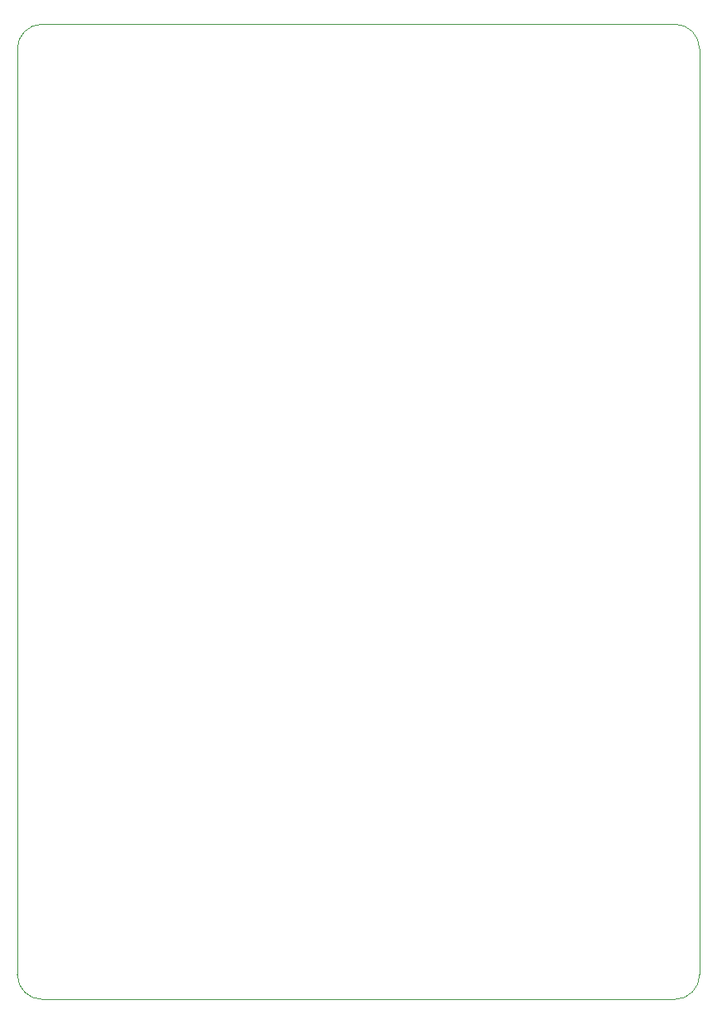
<source format=gbr>
G04 #@! TF.GenerationSoftware,KiCad,Pcbnew,(5.1.7-0-10_14)*
G04 #@! TF.CreationDate,2020-11-01T15:18:42-08:00*
G04 #@! TF.ProjectId,TeensyPCB_oshpark,5465656e-7379-4504-9342-5f6f73687061,rev?*
G04 #@! TF.SameCoordinates,Original*
G04 #@! TF.FileFunction,Profile,NP*
%FSLAX46Y46*%
G04 Gerber Fmt 4.6, Leading zero omitted, Abs format (unit mm)*
G04 Created by KiCad (PCBNEW (5.1.7-0-10_14)) date 2020-11-01 15:18:42*
%MOMM*%
%LPD*%
G01*
G04 APERTURE LIST*
G04 #@! TA.AperFunction,Profile*
%ADD10C,0.050000*%
G04 #@! TD*
G04 APERTURE END LIST*
D10*
X101600000Y-54102000D02*
G75*
G02*
X104140000Y-51562000I2540000J0D01*
G01*
X104140000Y-151384000D02*
G75*
G02*
X101600000Y-148844000I0J2540000D01*
G01*
X171450000Y-148844000D02*
G75*
G02*
X168910000Y-151384000I-2540000J0D01*
G01*
X168910000Y-51562000D02*
G75*
G02*
X171450000Y-54102000I0J-2540000D01*
G01*
X101600000Y-54102000D02*
X101600000Y-148844000D01*
X168910000Y-51562000D02*
X104140000Y-51562000D01*
X171450000Y-148844000D02*
X171450000Y-54102000D01*
X104140000Y-151384000D02*
X168910000Y-151384000D01*
M02*

</source>
